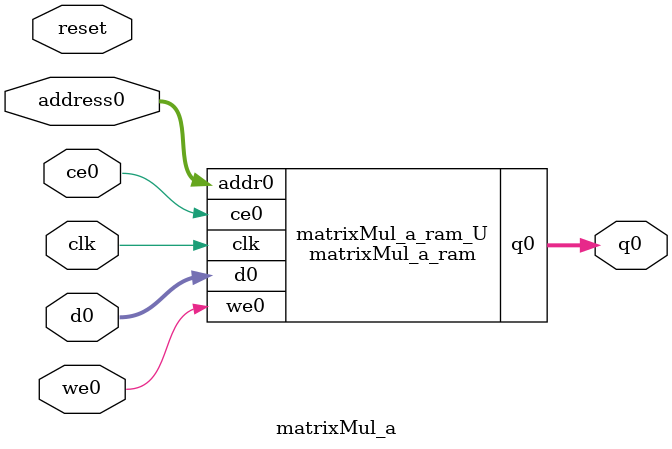
<source format=v>

`timescale 1 ns / 1 ps
module matrixMul_a_ram (addr0, ce0, d0, we0, q0,  clk);

parameter DWIDTH = 8;
parameter AWIDTH = 14;
parameter MEM_SIZE = 16384;

input[AWIDTH-1:0] addr0;
input ce0;
input[DWIDTH-1:0] d0;
input we0;
output reg[DWIDTH-1:0] q0;
input clk;

(* ram_style = "block" *)reg [DWIDTH-1:0] ram[0:MEM_SIZE-1];




always @(posedge clk)  
begin 
    if (ce0) 
    begin
        if (we0) 
        begin 
            ram[addr0] <= d0; 
            q0 <= d0;
        end 
        else 
            q0 <= ram[addr0];
    end
end


endmodule


`timescale 1 ns / 1 ps
module matrixMul_a(
    reset,
    clk,
    address0,
    ce0,
    we0,
    d0,
    q0);

parameter DataWidth = 32'd8;
parameter AddressRange = 32'd16384;
parameter AddressWidth = 32'd14;
input reset;
input clk;
input[AddressWidth - 1:0] address0;
input ce0;
input we0;
input[DataWidth - 1:0] d0;
output[DataWidth - 1:0] q0;



matrixMul_a_ram matrixMul_a_ram_U(
    .clk( clk ),
    .addr0( address0 ),
    .ce0( ce0 ),
    .we0( we0 ),
    .d0( d0 ),
    .q0( q0 ));

endmodule


</source>
